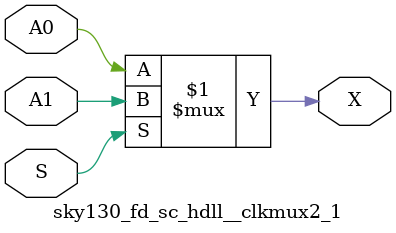
<source format=v>
/*
 * Copyright 2020 The SkyWater PDK Authors
 *
 * Licensed under the Apache License, Version 2.0 (the "License");
 * you may not use this file except in compliance with the License.
 * You may obtain a copy of the License at
 *
 *     https://www.apache.org/licenses/LICENSE-2.0
 *
 * Unless required by applicable law or agreed to in writing, software
 * distributed under the License is distributed on an "AS IS" BASIS,
 * WITHOUT WARRANTIES OR CONDITIONS OF ANY KIND, either express or implied.
 * See the License for the specific language governing permissions and
 * limitations under the License.
 *
 * SPDX-License-Identifier: Apache-2.0
*/


`ifndef SKY130_FD_SC_HDLL__CLKMUX2_1_FUNCTIONAL_V
`define SKY130_FD_SC_HDLL__CLKMUX2_1_FUNCTIONAL_V

/**
 * clkmux2: Clock mux.
 *
 * Verilog simulation functional model.
 */

`default_nettype none

/// sta-blackbox

// Import user defined primitives.
`celldefine
module sky130_fd_sc_hdll__clkmux2_1 (
    output X,
    input A0,
    input A1,
    input S,
    `ifdef USE_POWER_PINS
        inout VPWR,
        inout VGND,
        inout VPB,
        inout VNB
    `endif
);

    assign X = S ? A1 : A0;

endmodule
`endcelldefine

`default_nettype wire
`endif  // SKY130_FD_SC_HDLL__CLKMUX2_1_FUNCTIONAL_V

</source>
